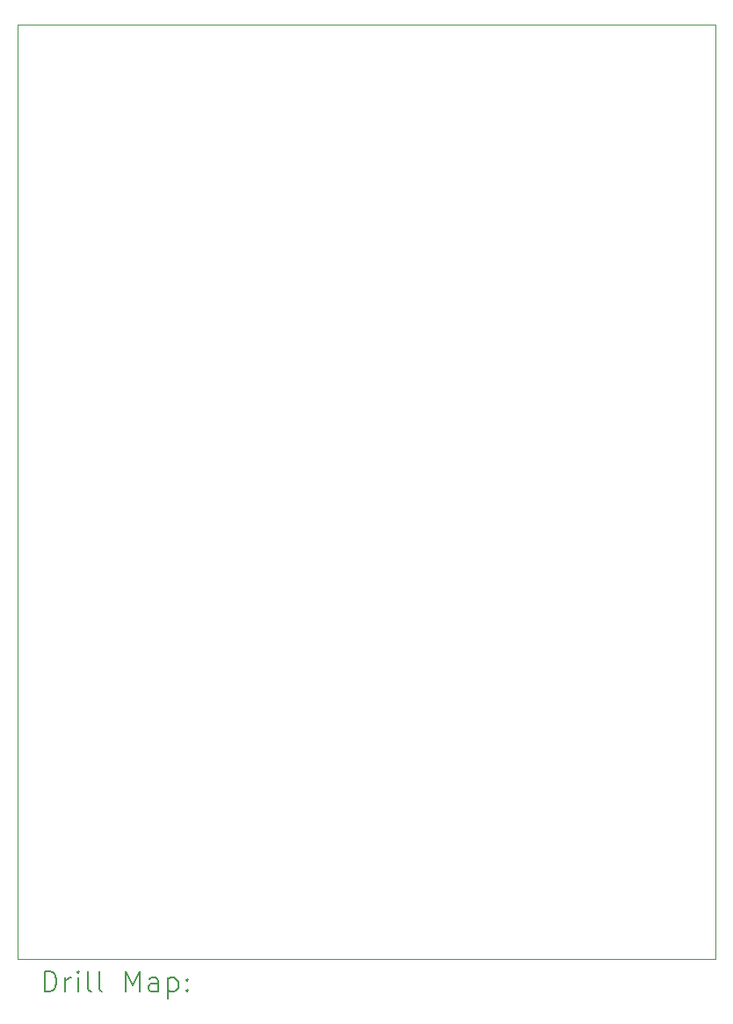
<source format=gbr>
%TF.GenerationSoftware,KiCad,Pcbnew,8.0.4-8.0.4-0~ubuntu22.04.1*%
%TF.CreationDate,2024-07-18T16:31:08+02:00*%
%TF.ProjectId,DevBoardESP32XIAO,44657642-6f61-4726-9445-535033325849,1.3*%
%TF.SameCoordinates,Original*%
%TF.FileFunction,Drillmap*%
%TF.FilePolarity,Positive*%
%FSLAX45Y45*%
G04 Gerber Fmt 4.5, Leading zero omitted, Abs format (unit mm)*
G04 Created by KiCad (PCBNEW 8.0.4-8.0.4-0~ubuntu22.04.1) date 2024-07-18 16:31:08*
%MOMM*%
%LPD*%
G01*
G04 APERTURE LIST*
%ADD10C,0.100000*%
%ADD11C,0.200000*%
G04 APERTURE END LIST*
D10*
X3531800Y-2036300D02*
X10246300Y-2036300D01*
X10246300Y-11036300D01*
X3531800Y-11036300D01*
X3531800Y-2036300D01*
D11*
X3787577Y-11352784D02*
X3787577Y-11152784D01*
X3787577Y-11152784D02*
X3835196Y-11152784D01*
X3835196Y-11152784D02*
X3863767Y-11162308D01*
X3863767Y-11162308D02*
X3882815Y-11181355D01*
X3882815Y-11181355D02*
X3892339Y-11200403D01*
X3892339Y-11200403D02*
X3901862Y-11238498D01*
X3901862Y-11238498D02*
X3901862Y-11267069D01*
X3901862Y-11267069D02*
X3892339Y-11305165D01*
X3892339Y-11305165D02*
X3882815Y-11324212D01*
X3882815Y-11324212D02*
X3863767Y-11343260D01*
X3863767Y-11343260D02*
X3835196Y-11352784D01*
X3835196Y-11352784D02*
X3787577Y-11352784D01*
X3987577Y-11352784D02*
X3987577Y-11219450D01*
X3987577Y-11257546D02*
X3997101Y-11238498D01*
X3997101Y-11238498D02*
X4006624Y-11228974D01*
X4006624Y-11228974D02*
X4025672Y-11219450D01*
X4025672Y-11219450D02*
X4044720Y-11219450D01*
X4111386Y-11352784D02*
X4111386Y-11219450D01*
X4111386Y-11152784D02*
X4101862Y-11162308D01*
X4101862Y-11162308D02*
X4111386Y-11171831D01*
X4111386Y-11171831D02*
X4120910Y-11162308D01*
X4120910Y-11162308D02*
X4111386Y-11152784D01*
X4111386Y-11152784D02*
X4111386Y-11171831D01*
X4235196Y-11352784D02*
X4216148Y-11343260D01*
X4216148Y-11343260D02*
X4206624Y-11324212D01*
X4206624Y-11324212D02*
X4206624Y-11152784D01*
X4339958Y-11352784D02*
X4320910Y-11343260D01*
X4320910Y-11343260D02*
X4311386Y-11324212D01*
X4311386Y-11324212D02*
X4311386Y-11152784D01*
X4568529Y-11352784D02*
X4568529Y-11152784D01*
X4568529Y-11152784D02*
X4635196Y-11295641D01*
X4635196Y-11295641D02*
X4701863Y-11152784D01*
X4701863Y-11152784D02*
X4701863Y-11352784D01*
X4882815Y-11352784D02*
X4882815Y-11248022D01*
X4882815Y-11248022D02*
X4873291Y-11228974D01*
X4873291Y-11228974D02*
X4854244Y-11219450D01*
X4854244Y-11219450D02*
X4816148Y-11219450D01*
X4816148Y-11219450D02*
X4797101Y-11228974D01*
X4882815Y-11343260D02*
X4863767Y-11352784D01*
X4863767Y-11352784D02*
X4816148Y-11352784D01*
X4816148Y-11352784D02*
X4797101Y-11343260D01*
X4797101Y-11343260D02*
X4787577Y-11324212D01*
X4787577Y-11324212D02*
X4787577Y-11305165D01*
X4787577Y-11305165D02*
X4797101Y-11286117D01*
X4797101Y-11286117D02*
X4816148Y-11276593D01*
X4816148Y-11276593D02*
X4863767Y-11276593D01*
X4863767Y-11276593D02*
X4882815Y-11267069D01*
X4978053Y-11219450D02*
X4978053Y-11419450D01*
X4978053Y-11228974D02*
X4997101Y-11219450D01*
X4997101Y-11219450D02*
X5035196Y-11219450D01*
X5035196Y-11219450D02*
X5054244Y-11228974D01*
X5054244Y-11228974D02*
X5063767Y-11238498D01*
X5063767Y-11238498D02*
X5073291Y-11257546D01*
X5073291Y-11257546D02*
X5073291Y-11314688D01*
X5073291Y-11314688D02*
X5063767Y-11333736D01*
X5063767Y-11333736D02*
X5054244Y-11343260D01*
X5054244Y-11343260D02*
X5035196Y-11352784D01*
X5035196Y-11352784D02*
X4997101Y-11352784D01*
X4997101Y-11352784D02*
X4978053Y-11343260D01*
X5159005Y-11333736D02*
X5168529Y-11343260D01*
X5168529Y-11343260D02*
X5159005Y-11352784D01*
X5159005Y-11352784D02*
X5149482Y-11343260D01*
X5149482Y-11343260D02*
X5159005Y-11333736D01*
X5159005Y-11333736D02*
X5159005Y-11352784D01*
X5159005Y-11228974D02*
X5168529Y-11238498D01*
X5168529Y-11238498D02*
X5159005Y-11248022D01*
X5159005Y-11248022D02*
X5149482Y-11238498D01*
X5149482Y-11238498D02*
X5159005Y-11228974D01*
X5159005Y-11228974D02*
X5159005Y-11248022D01*
M02*

</source>
